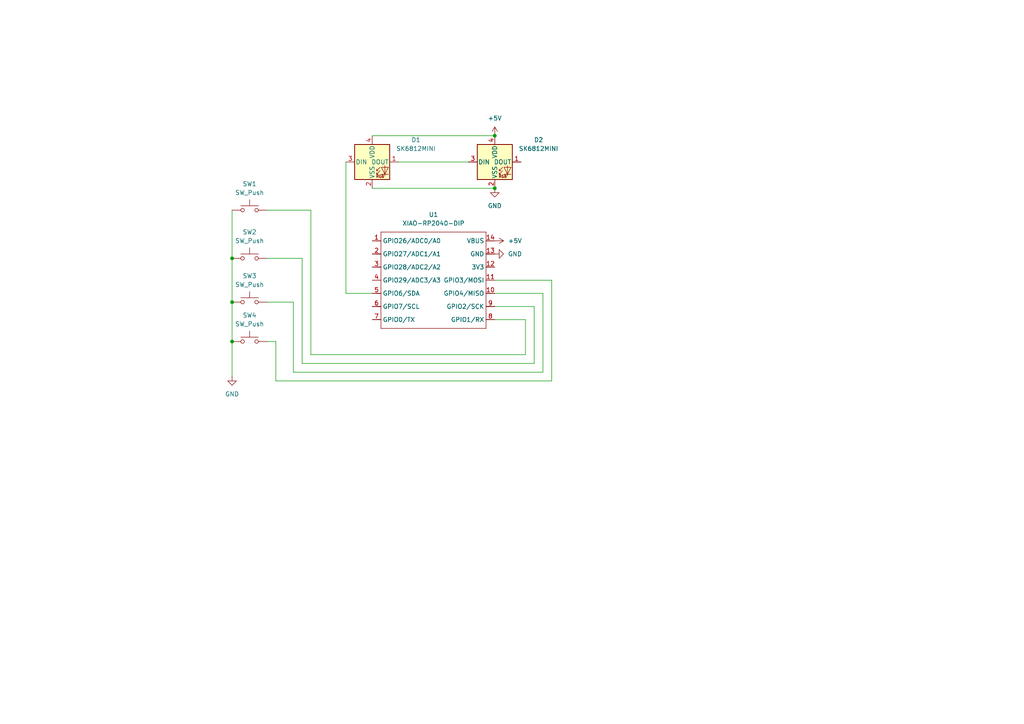
<source format=kicad_sch>
(kicad_sch (version 20250114) (generator "eeschema") (generator_version "9.0")
  (paper "A4")
  (lib_symbols
    (symbol "LED:SK6812MINI" (pin_names (offset 0.254))
      (property "Reference" "D" (at 5.08 5.715 0))
      (property "Value" "SK6812MINI" (at 1.27 -5.715 0))
      (symbol "SK6812MINI_0_0"
        (text "RGB" (at 2.286 -4.191 0) (effects (font (size 0.762 0.762))))
      )
      (symbol "SK6812MINI_0_1"
        (polyline (pts (xy 1.27 -2.54) (xy 1.778 -2.54)))
        (polyline (pts (xy 1.27 -3.556) (xy 1.778 -3.556)))
        (polyline (pts (xy 2.286 -1.524) (xy 1.27 -2.54) (xy 1.27 -2.032)))
        (polyline (pts (xy 2.286 -2.54) (xy 1.27 -3.556) (xy 1.27 -3.048)))
        (polyline (pts (xy 3.683 -1.016) (xy 3.683 -3.556) (xy 3.683 -4.064)))
        (polyline (pts (xy 4.699 -1.524) (xy 2.667 -1.524) (xy 3.683 -3.556) (xy 4.699 -1.524)))
        (polyline (pts (xy 4.699 -3.556) (xy 2.667 -3.556)))
        (rectangle (start 5.08 5.08) (end -5.08 -5.08) (stroke (width 0.254)) (fill (type background)))
      )
      (symbol "SK6812MINI_1_1"
        (pin input line (at -7.62 0 0) (length 2.54) (name "DIN") (number "3"))
        (pin power_in line (at 0 7.62 270) (length 2.54) (name "VDD") (number "4"))
        (pin power_in line (at 0 -7.62 90) (length 2.54) (name "VSS") (number "2"))
        (pin output line (at 7.62 0 180) (length 2.54) (name "DOUT") (number "1"))
      )
    )
    (symbol "OPL:XIAO-RP2040-DIP"
      (property "Reference" "U" (at 0 0 0))
      (property "Value" "XIAO-RP2040-DIP" (at 5.334 -1.778 0))
      (symbol "XIAO-RP2040-DIP_1_0"
        (polyline (pts (xy -1.27 -2.54) (xy 29.21 -2.54)) (stroke (width 0.1524)))
        (polyline (pts (xy -1.27 -5.08) (xy -2.54 -5.08)) (stroke (width 0.1524)))
        (polyline (pts (xy -1.27 -5.08) (xy -1.27 -2.54)) (stroke (width 0.1524)))
        (polyline (pts (xy -1.27 -8.89) (xy -2.54 -8.89)) (stroke (width 0.1524)))
        (polyline (pts (xy -1.27 -8.89) (xy -1.27 -5.08)) (stroke (width 0.1524)))
        (polyline (pts (xy -1.27 -12.7) (xy -2.54 -12.7)) (stroke (width 0.1524)))
        (polyline (pts (xy -1.27 -12.7) (xy -1.27 -8.89)) (stroke (width 0.1524)))
        (polyline (pts (xy -1.27 -16.51) (xy -2.54 -16.51)) (stroke (width 0.1524)))
        (polyline (pts (xy -1.27 -16.51) (xy -1.27 -12.7)) (stroke (width 0.1524)))
        (polyline (pts (xy -1.27 -20.32) (xy -2.54 -20.32)) (stroke (width 0.1524)))
        (polyline (pts (xy -1.27 -24.13) (xy -2.54 -24.13)) (stroke (width 0.1524)))
        (polyline (pts (xy -1.27 -27.94) (xy -2.54 -27.94)) (stroke (width 0.1524)))
        (polyline (pts (xy -1.27 -30.48) (xy -1.27 -16.51)) (stroke (width 0.1524)))
        (polyline (pts (xy 29.21 -2.54) (xy 29.21 -5.08)) (stroke (width 0.1524)))
        (polyline (pts (xy 29.21 -5.08) (xy 29.21 -8.89)) (stroke (width 0.1524)))
        (polyline (pts (xy 29.21 -8.89) (xy 29.21 -12.7)) (stroke (width 0.1524)))
        (polyline (pts (xy 29.21 -12.7) (xy 29.21 -30.48)) (stroke (width 0.1524)))
        (polyline (pts (xy 29.21 -30.48) (xy -1.27 -30.48)) (stroke (width 0.1524)))
        (polyline (pts (xy 30.48 -5.08) (xy 29.21 -5.08)) (stroke (width 0.1524)))
        (polyline (pts (xy 30.48 -8.89) (xy 29.21 -8.89)) (stroke (width 0.1524)))
        (polyline (pts (xy 30.48 -12.7) (xy 29.21 -12.7)) (stroke (width 0.1524)))
        (polyline (pts (xy 30.48 -16.51) (xy 29.21 -16.51)) (stroke (width 0.1524)))
        (polyline (pts (xy 30.48 -20.32) (xy 29.21 -20.32)) (stroke (width 0.1524)))
        (polyline (pts (xy 30.48 -24.13) (xy 29.21 -24.13)) (stroke (width 0.1524)))
        (polyline (pts (xy 30.48 -27.94) (xy 29.21 -27.94)) (stroke (width 0.1524)))
        (pin passive line (at -3.81 -5.08 0) (length 2.54) (name "GPIO26/ADC0/A0") (number "1"))
        (pin passive line (at -3.81 -8.89 0) (length 2.54) (name "GPIO27/ADC1/A1") (number "2"))
        (pin passive line (at -3.81 -12.7 0) (length 2.54) (name "GPIO28/ADC2/A2") (number "3"))
        (pin passive line (at -3.81 -16.51 0) (length 2.54) (name "GPIO29/ADC3/A3") (number "4"))
        (pin passive line (at -3.81 -20.32 0) (length 2.54) (name "GPIO6/SDA") (number "5"))
        (pin passive line (at -3.81 -24.13 0) (length 2.54) (name "GPIO7/SCL") (number "6"))
        (pin passive line (at -3.81 -27.94 0) (length 2.54) (name "GPIO0/TX") (number "7"))
        (pin passive line (at 31.75 -5.08 180) (length 2.54) (name "VBUS") (number "14"))
        (pin passive line (at 31.75 -8.89 180) (length 2.54) (name "GND") (number "13"))
        (pin passive line (at 31.75 -12.7 180) (length 2.54) (name "3V3") (number "12"))
        (pin passive line (at 31.75 -16.51 180) (length 2.54) (name "GPIO3/MOSI") (number "11"))
        (pin passive line (at 31.75 -20.32 180) (length 2.54) (name "GPIO4/MISO") (number "10"))
        (pin passive line (at 31.75 -24.13 180) (length 2.54) (name "GPIO2/SCK") (number "9"))
        (pin passive line (at 31.75 -27.94 180) (length 2.54) (name "GPIO1/RX") (number "8"))
      )
    )
    (symbol "Switch:SW_Push" (pin_numbers (hide yes)) (pin_names (offset 1.016) (hide yes))
      (property "Reference" "SW" (at 1.27 2.54 0))
      (property "Value" "SW_Push" (at 0 -1.524 0))
      (symbol "SW_Push_0_1"
        (circle (center -2.032 0) (radius 0.508))
        (polyline (pts (xy 0 1.27) (xy 0 3.048)))
        (circle (center 2.032 0) (radius 0.508))
        (polyline (pts (xy 2.54 1.27) (xy -2.54 1.27)))
        (pin passive line (at -5.08 0 0) (length 2.54) (name "1") (number "1"))
        (pin passive line (at 5.08 0 180) (length 2.54) (name "2") (number "2"))
      )
    )
    (symbol "power:+5V" (power) (pin_numbers (hide yes)) (pin_names (offset 0) (hide yes))
      (property "Value" "+5V" (at 0 3.556 0))
      (symbol "+5V_0_1"
        (polyline (pts (xy -0.762 1.27) (xy 0 2.54)))
        (polyline (pts (xy 0 2.54) (xy 0.762 1.27)))
        (polyline (pts (xy 0 0) (xy 0 2.54)))
      )
      (symbol "+5V_1_1"
        (pin power_in line (at 0 0 90) (length 0) (name "~") (number "1"))
      )
    )
    (symbol "power:GND" (power) (pin_numbers (hide yes)) (pin_names (offset 0) (hide yes))
      (property "Value" "GND" (at 0 -3.81 0))
      (symbol "GND_0_1"
        (polyline (pts (xy 0 0) (xy 0 -1.27) (xy 1.27 -1.27) (xy 0 -2.54) (xy -1.27 -1.27) (xy 0 -1.27)))
      )
      (symbol "GND_1_1"
        (pin power_in line (at 0 0 270) (length 0) (name "~") (number "1"))
      )
    )
  )
  (junction (at 67.31 74.93))
  (junction (at 67.31 99.06))
  (junction (at 143.51 54.61))
  (junction (at 143.51 39.37))
  (junction (at 67.31 87.63))
  (wire (pts (xy 100.33 85.09) (xy 107.95 85.09)))
  (wire (pts (xy 67.31 74.93) (xy 67.31 87.63)))
  (wire (pts (xy 100.33 46.99) (xy 100.33 85.09)))
  (wire (pts (xy 160.02 110.49) (xy 80.01 110.49)))
  (wire (pts (xy 143.51 88.9) (xy 154.94 88.9)))
  (wire (pts (xy 87.63 74.93) (xy 77.47 74.93)))
  (wire (pts (xy 107.95 54.61) (xy 143.51 54.61)))
  (wire (pts (xy 152.4 92.71) (xy 152.4 102.87)))
  (wire (pts (xy 152.4 102.87) (xy 90.17 102.87)))
  (wire (pts (xy 80.01 110.49) (xy 80.01 99.06)))
  (wire (pts (xy 157.48 85.09) (xy 157.48 107.95)))
  (wire (pts (xy 67.31 99.06) (xy 67.31 109.22)))
  (wire (pts (xy 67.31 87.63) (xy 67.31 99.06)))
  (wire (pts (xy 90.17 60.96) (xy 77.47 60.96)))
  (wire (pts (xy 80.01 99.06) (xy 77.47 99.06)))
  (wire (pts (xy 157.48 107.95) (xy 85.09 107.95)))
  (wire (pts (xy 67.31 60.96) (xy 67.31 74.93)))
  (wire (pts (xy 154.94 88.9) (xy 154.94 105.41)))
  (wire (pts (xy 160.02 81.28) (xy 160.02 110.49)))
  (wire (pts (xy 107.95 39.37) (xy 143.51 39.37)))
  (wire (pts (xy 154.94 105.41) (xy 87.63 105.41)))
  (wire (pts (xy 115.57 46.99) (xy 135.89 46.99)))
  (wire (pts (xy 85.09 107.95) (xy 85.09 87.63)))
  (wire (pts (xy 87.63 105.41) (xy 87.63 74.93)))
  (wire (pts (xy 143.51 81.28) (xy 160.02 81.28)))
  (wire (pts (xy 85.09 87.63) (xy 77.47 87.63)))
  (wire (pts (xy 143.51 92.71) (xy 152.4 92.71)))
  (wire (pts (xy 90.17 102.87) (xy 90.17 60.96)))
  (wire (pts (xy 143.51 85.09) (xy 157.48 85.09)))
  (symbol (lib_id "Switch:SW_Push") (at 72.39 99.06 0) (unit 1)
    (property "Reference" "SW4" (at 72.39 91.44 0))
    (property "Value" "SW_Push" (at 72.39 93.98 0))
    (property "Footprint" "Button_Switch_Keyboard:SW_Cherry_MX_1.00u_PCB" (effects (hide yes)))
    (property "Description" "Push button switch, generic, two pins" (effects (hide yes)))
  )
  (symbol (lib_id "power:GND") (at 143.51 73.66 90) (unit 1)
    (property "Reference" "#PWR03" (effects (hide yes)))
    (property "Value" "GND" (at 147.32 73.6599 90) (effects (justify right)))
    (property "Description" "Power symbol creates a global label with name \"GND\" , ground" (effects (hide yes)))
  )
  (symbol (lib_id "power:+5V") (at 143.51 69.85 270) (unit 1)
    (property "Reference" "#PWR04" (effects (hide yes)))
    (property "Value" "+5V" (at 147.32 69.8499 90) (effects (justify left)))
    (property "Description" "Power symbol creates a global label with name \"+5V\"" (effects (hide yes)))
  )
  (symbol (lib_id "LED:SK6812MINI") (at 107.95 46.99 0) (unit 1)
    (property "Reference" "D1" (at 120.65 40.5698 0))
    (property "Value" "SK6812MINI" (at 120.65 43.1098 0))
    (property "Footprint" "LED_SMD:LED_SK6812MINI_PLCC4_3.5x3.5mm_P1.75mm" (effects (hide yes)))
    (property "Datasheet" "https://cdn-shop.adafruit.com/product-files/2686/SK6812MINI_REV.01-1-2.pdf" (effects (hide yes)))
    (property "Description" "RGB LED with integrated controller" (effects (hide yes)))
  )
  (symbol (lib_id "Switch:SW_Push") (at 72.39 74.93 0) (unit 1)
    (property "Reference" "SW2" (at 72.39 67.31 0))
    (property "Value" "SW_Push" (at 72.39 69.85 0))
    (property "Footprint" "Button_Switch_Keyboard:SW_Cherry_MX_1.00u_PCB" (effects (hide yes)))
    (property "Description" "Push button switch, generic, two pins" (effects (hide yes)))
  )
  (symbol (lib_id "LED:SK6812MINI") (at 143.51 46.99 0) (unit 1)
    (property "Reference" "D2" (at 156.21 40.5698 0))
    (property "Value" "SK6812MINI" (at 156.21 43.1098 0))
    (property "Footprint" "LED_SMD:LED_SK6812MINI_PLCC4_3.5x3.5mm_P1.75mm" (effects (hide yes)))
    (property "Datasheet" "https://cdn-shop.adafruit.com/product-files/2686/SK6812MINI_REV.01-1-2.pdf" (effects (hide yes)))
    (property "Description" "RGB LED with integrated controller" (effects (hide yes)))
  )
  (symbol (lib_id "power:GND") (at 67.31 109.22 0) (unit 1)
    (property "Reference" "#PWR05" (effects (hide yes)))
    (property "Value" "GND" (at 67.31 114.3 0))
    (property "Description" "Power symbol creates a global label with name \"GND\" , ground" (effects (hide yes)))
  )
  (symbol (lib_id "OPL:XIAO-RP2040-DIP") (at 111.76 64.77 0) (unit 1)
    (property "Reference" "U1" (at 125.73 62.23 0))
    (property "Value" "XIAO-RP2040-DIP" (at 125.73 64.77 0))
    (property "Footprint" "OPL:XIAO-RP2040-DIP" (effects (hide yes)))
  )
  (symbol (lib_id "Switch:SW_Push") (at 72.39 87.63 0) (unit 1)
    (property "Reference" "SW3" (at 72.39 80.01 0))
    (property "Value" "SW_Push" (at 72.39 82.55 0))
    (property "Footprint" "Button_Switch_Keyboard:SW_Cherry_MX_1.00u_PCB" (effects (hide yes)))
    (property "Description" "Push button switch, generic, two pins" (effects (hide yes)))
  )
  (symbol (lib_id "Switch:SW_Push") (at 72.39 60.96 0) (unit 1)
    (property "Reference" "SW1" (at 72.39 53.34 0))
    (property "Value" "SW_Push" (at 72.39 55.88 0))
    (property "Footprint" "Button_Switch_Keyboard:SW_Cherry_MX_1.00u_PCB" (effects (hide yes)))
    (property "Description" "Push button switch, generic, two pins" (effects (hide yes)))
  )
  (symbol (lib_id "power:GND") (at 143.51 54.61 0) (unit 1)
    (property "Reference" "#PWR02" (effects (hide yes)))
    (property "Value" "GND" (at 143.51 59.69 0))
    (property "Description" "Power symbol creates a global label with name \"GND\" , ground" (effects (hide yes)))
  )
  (symbol (lib_id "power:+5V") (at 143.51 39.37 0) (unit 1)
    (property "Reference" "#PWR01" (effects (hide yes)))
    (property "Value" "+5V" (at 143.51 34.29 0))
    (property "Description" "Power symbol creates a global label with name \"+5V\"" (effects (hide yes)))
  )
)
</source>
